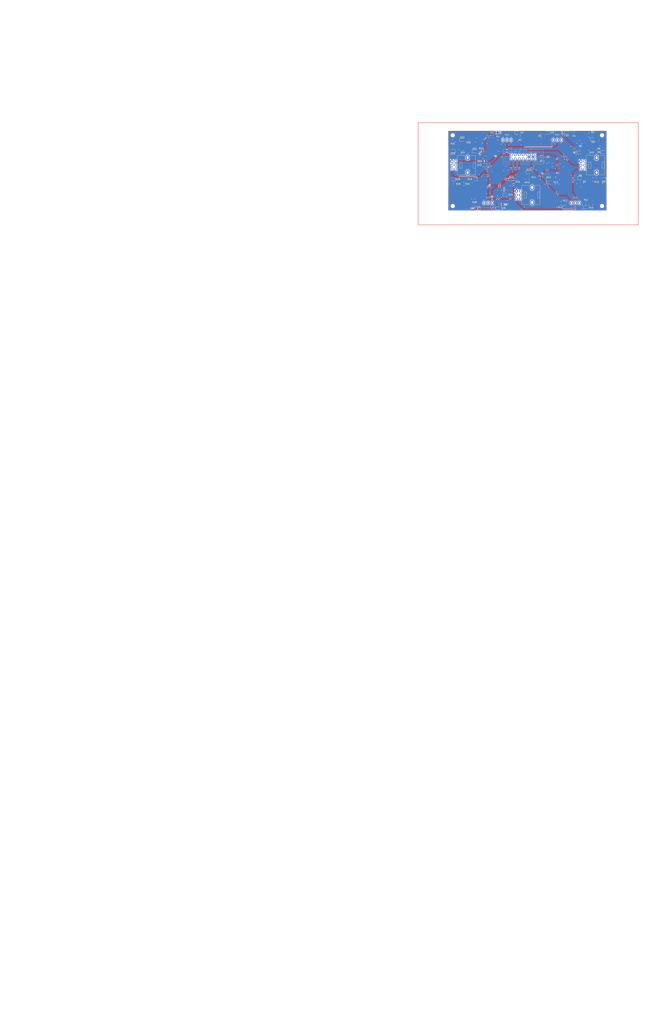
<source format=kicad_pcb>
(kicad_pcb (version 20221018) (generator pcbnew)

  (general
    (thickness 1.6)
  )

  (paper "A4")
  (layers
    (0 "F.Cu" signal)
    (31 "B.Cu" signal)
    (34 "B.Paste" user)
    (35 "F.Paste" user)
    (36 "B.SilkS" user "B.Silkscreen")
    (37 "F.SilkS" user "F.Silkscreen")
    (38 "B.Mask" user)
    (39 "F.Mask" user)
    (44 "Edge.Cuts" user)
    (45 "Margin" user)
    (46 "B.CrtYd" user "B.Courtyard")
    (47 "F.CrtYd" user "F.Courtyard")
    (48 "B.Fab" user)
    (49 "F.Fab" user)
  )

  (setup
    (stackup
      (layer "F.SilkS" (type "Top Silk Screen") (color "White"))
      (layer "F.Paste" (type "Top Solder Paste"))
      (layer "F.Mask" (type "Top Solder Mask") (color "Black") (thickness 0.01))
      (layer "F.Cu" (type "copper") (thickness 0.035))
      (layer "dielectric 1" (type "core") (thickness 1.51) (material "FR4") (epsilon_r 4.5) (loss_tangent 0.02))
      (layer "B.Cu" (type "copper") (thickness 0.035))
      (layer "B.Mask" (type "Bottom Solder Mask") (color "Black") (thickness 0.01))
      (layer "B.Paste" (type "Bottom Solder Paste"))
      (layer "B.SilkS" (type "Bottom Silk Screen") (color "White"))
      (copper_finish "None")
      (dielectric_constraints yes)
    )
    (pad_to_mask_clearance 0)
    (aux_axis_origin 84 131)
    (grid_origin 84 131)
    (pcbplotparams
      (layerselection 0x00010fc_ffffffff)
      (plot_on_all_layers_selection 0x0000000_00000000)
      (disableapertmacros false)
      (usegerberextensions false)
      (usegerberattributes true)
      (usegerberadvancedattributes true)
      (creategerberjobfile true)
      (dashed_line_dash_ratio 12.000000)
      (dashed_line_gap_ratio 3.000000)
      (svgprecision 4)
      (plotframeref false)
      (viasonmask false)
      (mode 1)
      (useauxorigin false)
      (hpglpennumber 1)
      (hpglpenspeed 20)
      (hpglpendiameter 15.000000)
      (dxfpolygonmode true)
      (dxfimperialunits true)
      (dxfusepcbnewfont true)
      (psnegative false)
      (psa4output false)
      (plotreference true)
      (plotvalue true)
      (plotinvisibletext false)
      (sketchpadsonfab false)
      (subtractmaskfromsilk false)
      (outputformat 1)
      (mirror false)
      (drillshape 1)
      (scaleselection 1)
      (outputdirectory "")
    )
  )

  (net 0 "")
  (net 1 "/LED_PWR")
  (net 2 "Net-(D1-A)")
  (net 3 "Net-(D2-A)")
  (net 4 "Net-(D3-A)")
  (net 5 "Net-(D4-A)")
  (net 6 "Net-(D5-A)")
  (net 7 "Net-(D6-A)")
  (net 8 "/PWM_1")
  (net 9 "/SYS_1")
  (net 10 "/SYS_2")
  (net 11 "/Gain")
  (net 12 "/Multiscan")
  (net 13 "/CCS")
  (net 14 "/PWS")
  (net 15 "/Tilt")
  (net 16 "VBUS")
  (net 17 "GND")
  (net 18 "+3V3")
  (net 19 "/MODE")
  (net 20 "unconnected-(J1-Pin_10-Pad10)")
  (net 21 "unconnected-(J1-Pin_8-Pad8)")
  (net 22 "Net-(D7-A)")
  (net 23 "Net-(D8-A)")
  (net 24 "Net-(D9-A)")
  (net 25 "Net-(D10-A)")
  (net 26 "Net-(D11-A)")
  (net 27 "Net-(D12-A)")
  (net 28 "Net-(D13-A)")
  (net 29 "Net-(D14-A)")
  (net 30 "Net-(D15-A)")
  (net 31 "Net-(D16-A)")
  (net 32 "Net-(D17-A)")
  (net 33 "Net-(D18-A)")
  (net 34 "Net-(D19-A)")
  (net 35 "Net-(D20-A)")
  (net 36 "Net-(D21-A)")
  (net 37 "Net-(D22-A)")
  (net 38 "Net-(D23-A)")

  (footprint "Resistor_SMD:R_0805_2012Metric" (layer "F.Cu") (at 129.8875 84 180))

  (footprint "Resistor_SMD:R_0805_2012Metric" (layer "F.Cu") (at 182.8375 91.5))

  (footprint "Resistor_SMD:R_0805_2012Metric" (layer "F.Cu") (at 158.5 126.25))

  (footprint "Resistor_SMD:R_0805_2012Metric" (layer "F.Cu") (at 100.8375 127.25))

  (footprint "Resistor_SMD:R_0805_2012Metric" (layer "F.Cu") (at 105.0875 93.2 180))

  (footprint "LED_SMD:LED_0805_2012Metric" (layer "F.Cu") (at 148 111.25))

  (footprint "MountingHole:MountingHole_2.2mm_M2" (layer "F.Cu") (at 182 128))

  (footprint "Resistor_SMD:R_0805_2012Metric" (layer "F.Cu") (at 175.9875 82.9))

  (footprint "NiasStuff:SW_SPDT_YUEN-FUNG_ST-0-103-A01-T000-RS" (layer "F.Cu") (at 121.5 86))

  (footprint "Resistor_SMD:R_0805_2012Metric" (layer "F.Cu") (at 145.3375 83.6))

  (footprint "LED_SMD:LED_0805_2012Metric" (layer "F.Cu") (at 93.0625 86))

  (footprint "LED_SMD:LED_0805_2012Metric" (layer "F.Cu") (at 120.5625 120.75))

  (footprint "LED_SMD:LED_0805_2012Metric" (layer "F.Cu") (at 135.3125 106.5))

  (footprint "Resistor_SMD:R_0805_2012Metric" (layer "F.Cu") (at 97.0875 86 180))

  (footprint "Resistor_SMD:R_0805_2012Metric" (layer "F.Cu") (at 168.0875 112.5))

  (footprint "LED_SMD:LED_0805_2012Metric" (layer "F.Cu") (at 159.8625 81.3))

  (footprint "NiasStuff:Potentiometer_Alps_RK09L_Double_Vertical" (layer "F.Cu") (at 127.5 118.5))

  (footprint "LED_SMD:LED_0805_2012Metric" (layer "F.Cu") (at 101.0625 111 180))

  (footprint "NiasStuff:SW_SPDT_YUEN-FUNG_ST-0-103-A01-T000-RS" (layer "F.Cu") (at 165 126))

  (footprint "NiasStuff:Potentiometer_Alps_RK09L_Double_Vertical" (layer "F.Cu") (at 168.5 99.5))

  (footprint "LED_SMD:LED_0805_2012Metric" (layer "F.Cu") (at 107.0625 102 180))

  (footprint "Resistor_SMD:R_0805_2012Metric" (layer "F.Cu") (at 112.7875 83.8))

  (footprint "Resistor_SMD:R_0805_2012Metric" (layer "F.Cu") (at 99.3375 114))

  (footprint "LED_SMD:LED_0805_2012Metric" (layer "F.Cu") (at 168.0625 110.25))

  (footprint "LED_SMD:LED_0805_2012Metric" (layer "F.Cu") (at 182.9375 111 180))

  (footprint "NiasStuff:SW_SPDT_YUEN-FUNG_ST-0-103-A01-T000-RS" (layer "F.Cu") (at 153.5 86))

  (footprint "LED_SMD:LED_0805_2012Metric" (layer "F.Cu") (at 182.8125 93.75))

  (footprint "NiasStuff:SW_SPDT_YUEN-FUNG_ST-0-103-A01-T000-RS" (layer "F.Cu") (at 109.5 126))

  (footprint "LED_SMD:LED_0805_2012Metric" (layer "F.Cu") (at 116.0625 129.5))

  (footprint "Resistor_SMD:R_0805_2012Metric" (layer "F.Cu") (at 121.5 117.5875 -90))

  (footprint "LED_SMD:LED_0805_2012Metric" (layer "F.Cu") (at 147.1625 81.3 180))

  (footprint "LED_SMD:LED_0805_2012Metric" (layer "F.Cu") (at 87.0625 111 180))

  (footprint "LED_SMD:LED_0805_2012Metric" (layer "F.Cu") (at 168.0625 94))

  (footprint "Resistor_SMD:R_0805_2012Metric" (layer "F.Cu") (at 117.8875 127 180))

  (footprint "Resistor_SMD:R_0805_2012Metric" (layer "F.Cu") (at 152.5 111.25 180))

  (footprint "MountingHole:MountingHole_2.2mm_M2" (layer "F.Cu") (at 87 83))

  (footprint "LED_SMD:LED_0805_2012Metric" (layer "F.Cu") (at 171.8125 128.75))

  (footprint "Package_TO_SOT_SMD:SOT-23-3" (layer "F.Cu") (at 147.8625 98.9))

  (footprint "Resistor_SMD:R_0805_2012Metric" (layer "F.Cu") (at 171.8375 125.75))

  (footprint "LED_SMD:LED_0805_2012Metric" (layer "F.Cu") (at 176.1625 85.6))

  (footprint "Resistor_SMD:R_0805_2012Metric" (layer "F.Cu") (at 178.5875 111))

  (footprint "LED_SMD:LED_0805_2012Metric" (layer "F.Cu") (at 128.0375 81.3))

  (footprint "Resistor_SMD:R_0603_1608Metric" (layer "F.Cu") (at 143.4 97.175 90))

  (footprint "LED_SMD:LED_0805_2012Metric" (layer "F.Cu") (at 87.0625 93 180))

  (footprint "NiasStuff:Potentiometer_Alps_RK09L_Double_Vertical" (layer "F.Cu") (at 86.5 99.5))

  (footprint "Resistor_SMD:R_0805_2012Metric" (layer "F.Cu") (at 87.0875 90))

  (footprint "LED_SMD:LED_0805_2012Metric" (layer "F.Cu") (at 102.8125 129.5 180))

  (footprint "LED_SMD:LED_0805_2012Metric" (layer "F.Cu") (at 114.6625 81.3 180))

  (footprint "LED_SMD:LED_0805_2012Metric" (layer "F.Cu") (at 158.5 128.75))

  (footprint "Resistor_SMD:R_0805_2012Metric" (layer "F.Cu") (at 128.3375 111 180))

  (footprint "Resistor_SMD:R_0805_2012Metric" (layer "F.Cu") (at 168.0875 91.5))

  (footprint "Resistor_SMD:R_0805_2012Metric" (layer "F.Cu") (at 164.1625 81.25 180))

  (footprint "Resistor_SMD:R_0805_2012Metric" (layer "F.Cu") (at 87.0875 114 180))

  (footprint "LED_SMD:LED_0805_2012Metric" (layer "F.Cu")
    (tstamp ecb54436-2a1f-4a9d-8bdf-04ee2c9f508f)
    (at 101.0625 93.2)
    (descr "LED SMD 0805 (2012 Metric), square (rectangular) end terminal, IPC_7351 nominal, (Body size source: https://docs.google.com/spreadsheets/d/1BsfQQcO9C6DZCsRaXUlFlo91Tg2WpOkGARC1WS5S8t0/edit?usp=sharing), generated with kicad-footprint-generator")
    (tags "LED")
    (property "JLCPCB Part" "C3646928")
    (property "Manufracturer" "XINGLIGHT")
    (property "Manufracturer Part Number" "XL-2012WWC-DS")
    (property "Sheetfile" "109VU.kicad_sch")
    (property "Sheetname" "")
    (property "ki_description" "Light emitting diode")
    (property "ki_keywords" "LED diode")
    (path "/8f8c83c7-c6cf-4bbe-a17f-c38b0131a803")
    (attr smd)
    (fp_text reference "D21" (at 0 -1.65) (layer "F.SilkS")
        (effects (font (size 1 1) (thickness 0.15)))
      (tstamp b482d537-90ea-4691-92d2-c61d751c57a6)
    )
    (fp_text value "LED White" (at 0 1.65) (layer "F.Fab")
        (effects (font (size 1 1) (thickness 0.15)))
      (tstamp e1bde5e2-01ea-43c5-9b70-dc198104f59c)
    )
    (fp_text user "${REFERENCE}" (at 0 0) (layer "F.Fab")
        (effects (font (size 0.5 0.5) (thickness 0.08)))
      (tstamp 4a0f97a6-2bef-4124-929f-db2959f4b556)
    )
    (fp_line (start -1.685 -0.96) (end -1.685 0.96)
      (stroke (width 0.12) (type solid)) (layer "F.SilkS") (tstamp 14a475e4-d1bf-4735-a989-e61b3332c390))
    (fp_line (start -1.685 0.96) (end 1 0.96)
      (stroke (width 0.12) (type solid)) (layer "F.SilkS") (tstamp d975eaad-bf3f-46e7-8c17-d21ec398bf8e))
    (fp_line (start 1 -0.96) (end -1.685 -0.96)
      (stroke (width 0.12) (type solid)) (layer "F.SilkS") (tstamp a72d4344-2f82-402e-91ab-d65a4021f656))
    (fp_line (start -1.68 -0.95) (end 1.68 -0.95)
      (stroke (width 0.05) (type solid)) (layer "F.CrtYd") (tstamp f35360b8-9716-4eb9-9134-bceae872a2b9))
    (fp_line (start -1.68 0.95) (end -1.68 -0.95)
      (stroke (width 0.05) (type solid)) (layer "F.CrtYd") (tstamp a3e181cd-7d3b-4cf6-95d4-88d3788bd58e))
    (fp_line (start 1.68 -0.95) (end 1.68 0.95)
      (stroke (width 0.05) (type solid)) (layer "F.CrtYd") (tstamp 78d268df-ca15-49e1-a81d-3e80e507c1d9))
    (fp_line (start 1.68 0.95) (end -1.68 0.95)
      (stroke (width 0.05) (type solid)) (layer "F.CrtYd") (tstamp 7cf388b5-a2fd-419f-9cf5-9ae1f90dad72))
    (fp_line (start -1 -0.3) (end -1 0.6)
      (stroke (width 0.1) (type solid)) (layer "F.Fab") (tstamp acd9082e-68e4-40f4-bf30-522d5b473e95))
    (fp_line (start -1 0.6) (end 1 0.6)
      (stroke (width 0.1) (type solid)) (layer "F.Fab") (tstamp 9affa2c9-8e69-442e-94de-1a16d7b6fd3e))
    (fp_line (start -0.7 -0.6) (end -1 -0.3)
      (stroke (width 0.1) (type solid)) (layer "F.Fab") (tstamp a6c2e40c-dfd4-4d0f-9e06-b7dcc0b90fd7))
    (fp_line (start 1 -0.6) (end -0.7 -0.6)
      (stroke (width 0.1) (type solid)) (layer "F.Fab") (tstamp f385f86f-e27a-4bfd-9606-935cb9c4eec7))
    (fp_line (start 1 0.6) (end 1 -0.6)
      (stroke (width 0.1) (type solid)) (layer "F.Fab") (tstamp bf294174-a6a9-4b1f-8d1d-c73a935df38e))
    (pad "1" smd roundrect (at -0.9375 0) (size 0.975 1.4) (layers "F.Cu" "F.Paste" "F.Mask") (roundrect_rratio 0.25)
      (net 1 "/LED_PWR") (pinfunction "K") (pintype "passive") (tstamp 2b7c173c-98cb-4af6-9f21-104fab382af7))
    (pad "2" smd roundrect (at 0.9375 0) (size 0.975 1.4) (layers "F.Cu" "F.Paste" "F.Mask") (roundrect_rratio 0.25)
      (net 36 "Net-(D21-A)") (pinfunction "A") (pintype "passive") (t
... [1161307 chars truncated]
</source>
